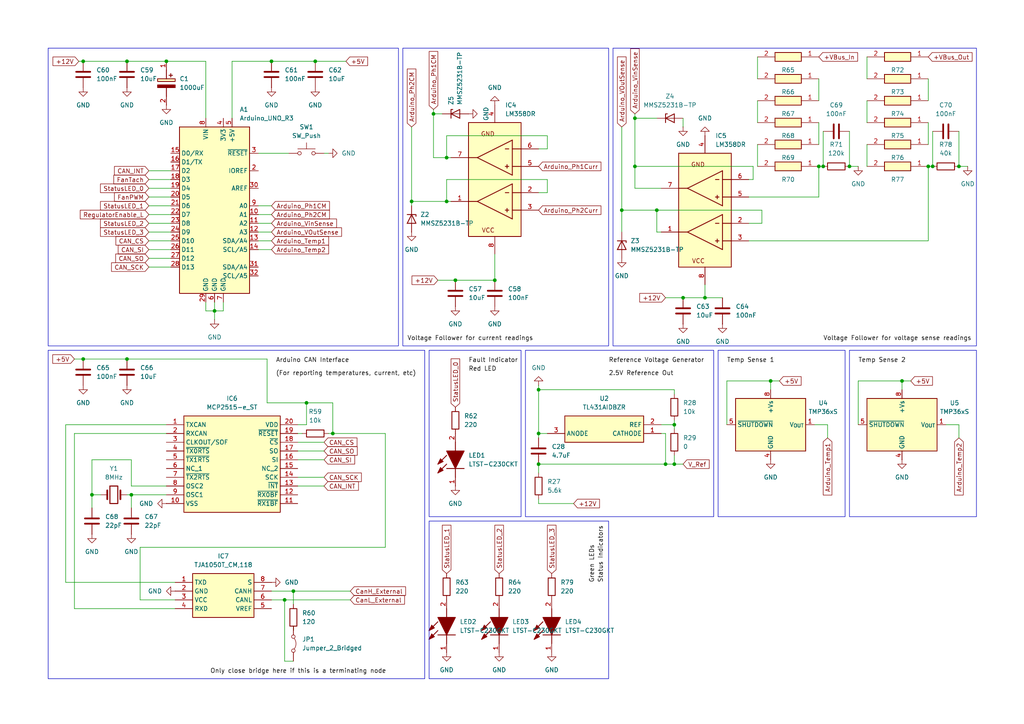
<source format=kicad_sch>
(kicad_sch (version 20231120) (generator "eeschema") (generator_version "8.0")
  (paper "A4")
  (title_block (title "5kw Modular Traction Inverter Boost Converter") (date "2025-02-02") (rev "1") (company "Rail Vehicle Traction Inverter") (comment 1 "UCSC") (comment 2 "Arduino and Signal"))
  (junction (at 223.52 110.49))
  (junction (at 246.38 48.26))
  (junction (at 237.49 48.26))
  (junction (at 91.44 17.78))
  (junction (at 204.47 86.36))
  (junction (at 125.73 33.02))
  (junction (at 38.1 143.51))
  (junction (at 184.15 34.29))
  (junction (at 156.21 134.62))
  (junction (at 156.21 113.03))
  (junction (at 129.54 45.72))
  (junction (at 143.51 81.28))
  (junction (at 85.09 171.45))
  (junction (at 278.13 48.26))
  (junction (at 24.13 104.14))
  (junction (at 48.26 17.78))
  (junction (at 26.67 143.51))
  (junction (at 261.62 110.49))
  (junction (at 78.74 17.78))
  (junction (at 180.34 60.96))
  (junction (at 36.83 17.78))
  (junction (at 129.54 58.42))
  (junction (at 62.23 90.17))
  (junction (at 24.13 17.78))
  (junction (at 195.58 134.62))
  (junction (at 132.08 81.28))
  (junction (at 198.12 86.36))
  (junction (at 195.58 123.19))
  (junction (at 96.52 125.73))
  (junction (at 88.9 116.84))
  (junction (at 270.51 48.26))
  (junction (at 193.04 134.62))
  (junction (at 190.5 60.96))
  (junction (at 36.83 104.14))
  (junction (at 184.15 48.26))
  (junction (at 238.76 48.26))
  (junction (at 82.55 173.99))
  (junction (at 156.21 125.73))
  (junction (at 269.24 48.26))
  (junction (at 119.38 58.42))
  (wire (pts (xy 269.24 48.26) (xy 270.51 48.26)))
  (wire (pts (xy 26.67 143.51) (xy 26.67 147.32)))
  (wire (pts (xy 48.26 140.97) (xy 38.1 140.97)))
  (wire (pts (xy 74.93 44.45) (xy 83.82 44.45)))
  (wire (pts (xy 86.36 140.97) (xy 93.98 140.97)))
  (wire (pts (xy 195.58 134.62) (xy 198.12 134.62)))
  (wire (pts (xy 48.26 17.78) (xy 59.69 17.78)))
  (wire (pts (xy 219.71 35.56) (xy 219.71 29.21)))
  (wire (pts (xy 158.75 52.07) (xy 129.54 52.07)))
  (wire (pts (xy 40.64 173.99) (xy 50.8 173.99)))
  (wire (pts (xy 218.44 52.07) (xy 217.17 52.07)))
  (wire (pts (xy 274.32 123.19) (xy 278.13 123.19)))
  (wire (pts (xy 38.1 147.32) (xy 38.1 143.51)))
  (wire (pts (xy 78.74 17.78) (xy 91.44 17.78)))
  (wire (pts (xy 24.13 17.78) (xy 36.83 17.78)))
  (wire (pts (xy 248.92 48.26) (xy 246.38 48.26)))
  (wire (pts (xy 240.03 123.19) (xy 240.03 127)))
  (wire (pts (xy 237.49 41.91) (xy 237.49 35.56)))
  (wire (pts (xy 129.54 58.42) (xy 130.81 58.42)))
  (wire (pts (xy 38.1 133.35) (xy 26.67 133.35)))
  (wire (pts (xy 38.1 143.51) (xy 48.26 143.51)))
  (wire (pts (xy 119.38 58.42) (xy 129.54 58.42)))
  (wire (pts (xy 237.49 29.21) (xy 237.49 22.86)))
  (wire (pts (xy 43.18 49.53) (xy 49.53 49.53)))
  (wire (pts (xy 264.16 110.49) (xy 261.62 110.49)))
  (wire (pts (xy 78.74 173.99) (xy 82.55 173.99)))
  (wire (pts (xy 43.18 64.77) (xy 49.53 64.77)))
  (wire (pts (xy 125.73 45.72) (xy 129.54 45.72)))
  (wire (pts (xy 64.77 87.63) (xy 64.77 90.17)))
  (wire (pts (xy 219.71 22.86) (xy 219.71 16.51)))
  (wire (pts (xy 74.93 64.77) (xy 78.74 64.77)))
  (wire (pts (xy 278.13 123.19) (xy 278.13 127)))
  (wire (pts (xy 40.64 158.75) (xy 40.64 173.99)))
  (wire (pts (xy 125.73 33.02) (xy 125.73 45.72)))
  (wire (pts (xy 143.51 81.28) (xy 143.51 73.66)))
  (wire (pts (xy 184.15 54.61) (xy 191.77 54.61)))
  (wire (pts (xy 43.18 69.85) (xy 49.53 69.85)))
  (wire (pts (xy 238.76 38.1) (xy 238.76 48.26)))
  (wire (pts (xy 74.93 69.85) (xy 78.74 69.85)))
  (wire (pts (xy 156.21 113.03) (xy 195.58 113.03)))
  (wire (pts (xy 220.98 60.96) (xy 190.5 60.96)))
  (wire (pts (xy 43.18 74.93) (xy 49.53 74.93)))
  (wire (pts (xy 119.38 36.83) (xy 119.38 58.42)))
  (wire (pts (xy 88.9 123.19) (xy 88.9 116.84)))
  (wire (pts (xy 184.15 48.26) (xy 218.44 48.26)))
  (wire (pts (xy 85.09 171.45) (xy 101.6 171.45)))
  (wire (pts (xy 74.93 67.31) (xy 78.74 67.31)))
  (wire (pts (xy 43.18 54.61) (xy 49.53 54.61)))
  (wire (pts (xy 270.51 38.1) (xy 270.51 48.26)))
  (wire (pts (xy 198.12 86.36) (xy 204.47 86.36)))
  (wire (pts (xy 269.24 69.85) (xy 217.17 69.85)))
  (wire (pts (xy 19.05 168.91) (xy 19.05 123.19)))
  (wire (pts (xy 24.13 104.14) (xy 36.83 104.14)))
  (wire (pts (xy 43.18 52.07) (xy 49.53 52.07)))
  (wire (pts (xy 193.04 125.73) (xy 193.04 134.62)))
  (wire (pts (xy 210.82 123.19) (xy 210.82 110.49)))
  (wire (pts (xy 78.74 171.45) (xy 85.09 171.45)))
  (wire (pts (xy 251.46 35.56) (xy 251.46 29.21)))
  (wire (pts (xy 26.67 133.35) (xy 26.67 143.51)))
  (wire (pts (xy 191.77 125.73) (xy 193.04 125.73)))
  (wire (pts (xy 43.18 77.47) (xy 49.53 77.47)))
  (wire (pts (xy 129.54 39.37) (xy 129.54 45.72)))
  (wire (pts (xy 125.73 33.02) (xy 128.27 33.02)))
  (wire (pts (xy 184.15 48.26) (xy 184.15 54.61)))
  (wire (pts (xy 111.76 158.75) (xy 40.64 158.75)))
  (wire (pts (xy 158.75 43.18) (xy 158.75 39.37)))
  (wire (pts (xy 77.47 116.84) (xy 77.47 104.14)))
  (wire (pts (xy 59.69 17.78) (xy 59.69 34.29)))
  (wire (pts (xy 210.82 110.49) (xy 223.52 110.49)))
  (wire (pts (xy 278.13 38.1) (xy 278.13 48.26)))
  (wire (pts (xy 74.93 62.23) (xy 78.74 62.23)))
  (wire (pts (xy 156.21 113.03) (xy 156.21 125.73)))
  (wire (pts (xy 59.69 90.17) (xy 62.23 90.17)))
  (wire (pts (xy 77.47 116.84) (xy 88.9 116.84)))
  (wire (pts (xy 82.55 173.99) (xy 82.55 191.77)))
  (wire (pts (xy 246.38 38.1) (xy 246.38 48.26)))
  (wire (pts (xy 86.36 123.19) (xy 88.9 123.19)))
  (wire (pts (xy 180.34 67.31) (xy 180.34 60.96)))
  (wire (pts (xy 62.23 90.17) (xy 62.23 92.71)))
  (wire (pts (xy 184.15 34.29) (xy 184.15 48.26)))
  (wire (pts (xy 86.36 128.27) (xy 93.98 128.27)))
  (wire (pts (xy 190.5 60.96) (xy 190.5 67.31)))
  (wire (pts (xy 156.21 55.88) (xy 158.75 55.88)))
  (wire (pts (xy 184.15 34.29) (xy 190.5 34.29)))
  (wire (pts (xy 261.62 110.49) (xy 261.62 113.03)))
  (wire (pts (xy 193.04 86.36) (xy 198.12 86.36)))
  (wire (pts (xy 195.58 123.19) (xy 195.58 124.46)))
  (wire (pts (xy 59.69 87.63) (xy 59.69 90.17)))
  (wire (pts (xy 95.25 44.45) (xy 93.98 44.45)))
  (wire (pts (xy 85.09 191.77) (xy 82.55 191.77)))
  (wire (pts (xy 195.58 114.3) (xy 195.58 113.03)))
  (wire (pts (xy 82.55 173.99) (xy 101.6 173.99)))
  (wire (pts (xy 43.18 72.39) (xy 49.53 72.39)))
  (wire (pts (xy 43.18 67.31) (xy 49.53 67.31)))
  (wire (pts (xy 64.77 90.17) (xy 62.23 90.17)))
  (wire (pts (xy 156.21 43.18) (xy 158.75 43.18)))
  (wire (pts (xy 95.25 125.73) (xy 96.52 125.73)))
  (wire (pts (xy 220.98 64.77) (xy 220.98 60.96)))
  (wire (pts (xy 119.38 59.69) (xy 119.38 58.42)))
  (wire (pts (xy 85.09 171.45) (xy 85.09 175.26)))
  (wire (pts (xy 43.18 57.15) (xy 49.53 57.15)))
  (wire (pts (xy 19.05 123.19) (xy 48.26 123.19)))
  (wire (pts (xy 21.59 125.73) (xy 48.26 125.73)))
  (wire (pts (xy 125.73 31.75) (xy 125.73 33.02)))
  (wire (pts (xy 67.31 34.29) (xy 67.31 17.78)))
  (wire (pts (xy 156.21 125.73) (xy 156.21 127)))
  (wire (pts (xy 204.47 82.55) (xy 204.47 86.36)))
  (wire (pts (xy 269.24 29.21) (xy 269.24 22.86)))
  (wire (pts (xy 156.21 134.62) (xy 156.21 137.16)))
  (wire (pts (xy 111.76 125.73) (xy 111.76 158.75)))
  (wire (pts (xy 96.52 125.73) (xy 96.52 116.84)))
  (wire (pts (xy 217.17 57.15) (xy 237.49 57.15)))
  (wire (pts (xy 251.46 48.26) (xy 251.46 41.91)))
  (wire (pts (xy 195.58 121.92) (xy 195.58 123.19)))
  (wire (pts (xy 67.31 17.78) (xy 78.74 17.78)))
  (wire (pts (xy 269.24 41.91) (xy 269.24 35.56)))
  (wire (pts (xy 21.59 176.53) (xy 50.8 176.53)))
  (wire (pts (xy 86.36 138.43) (xy 93.98 138.43)))
  (wire (pts (xy 217.17 64.77) (xy 220.98 64.77)))
  (wire (pts (xy 184.15 33.02) (xy 184.15 34.29)))
  (wire (pts (xy 219.71 48.26) (xy 219.71 41.91)))
  (wire (pts (xy 22.86 17.78) (xy 24.13 17.78)))
  (wire (pts (xy 191.77 123.19) (xy 195.58 123.19)))
  (wire (pts (xy 180.34 60.96) (xy 190.5 60.96)))
  (wire (pts (xy 209.55 86.36) (xy 204.47 86.36)))
  (wire (pts (xy 127 81.28) (xy 132.08 81.28)))
  (wire (pts (xy 91.44 17.78) (xy 100.33 17.78)))
  (wire (pts (xy 111.76 125.73) (xy 96.52 125.73)))
  (wire (pts (xy 269.24 48.26) (xy 269.24 69.85)))
  (wire (pts (xy 21.59 125.73) (xy 21.59 176.53)))
  (wire (pts (xy 74.93 59.69) (xy 78.74 59.69)))
  (wire (pts (xy 158.75 55.88) (xy 158.75 52.07)))
  (wire (pts (xy 38.1 140.97) (xy 38.1 133.35)))
  (wire (pts (xy 158.75 39.37) (xy 129.54 39.37)))
  (wire (pts (xy 195.58 132.08) (xy 195.58 134.62)))
  (wire (pts (xy 198.12 34.29) (xy 198.12 36.83)))
  (wire (pts (xy 96.52 116.84) (xy 88.9 116.84)))
  (wire (pts (xy 26.67 143.51) (xy 29.21 143.51)))
  (wire (pts (xy 43.18 62.23) (xy 49.53 62.23)))
  (wire (pts (xy 86.36 125.73) (xy 87.63 125.73)))
  (wire (pts (xy 77.47 104.14) (xy 36.83 104.14)))
  (wire (pts (xy 74.93 72.39) (xy 78.74 72.39)))
  (wire (pts (xy 156.21 146.05) (xy 166.37 146.05)))
  (wire (pts (xy 248.92 123.19) (xy 248.92 110.49)))
  (wire (pts (xy 223.52 110.49) (xy 223.52 113.03)))
  (wire (pts (xy 251.46 22.86) (xy 251.46 16.51)))
  (wire (pts (xy 129.54 45.72) (xy 130.81 45.72)))
  (wire (pts (xy 36.83 143.51) (xy 38.1 143.51)))
  (wire (pts (xy 248.92 110.49) (xy 261.62 110.49)))
  (wire (pts (xy 156.21 144.78) (xy 156.21 146.05)))
  (wire (pts (xy 237.49 48.26) (xy 237.49 57.15)))
  (wire (pts (xy 86.36 130.81) (xy 93.98 130.81)))
  (wire (pts (xy 190.5 67.31) (xy 191.77 67.31)))
  (wire (pts (xy 62.23 87.63) (xy 62.23 90.17)))
  (wire (pts (xy 36.83 17.78) (xy 48.26 17.78)))
  (wire (pts (xy 156.21 111.76) (xy 156.21 113.03)))
  (wire (pts (xy 132.08 81.28) (xy 143.51 81.28)))
  (wire (pts (xy 218.44 52.07) (xy 218.44 48.26)))
  (wire (pts (xy 280.67 48.26) (xy 278.13 48.26)))
  (wire (pts (xy 50.8 168.91) (xy 19.05 168.91)))
  (wire (pts (xy 86.36 133.35) (xy 93.98 133.35)))
  (wire (pts (xy 43.18 59.69) (xy 49.53 59.69)))
  (wire (pts (xy 237.49 48.26) (xy 238.76 48.26)))
  (wire (pts (xy 226.06 110.49) (xy 223.52 110.49)))
  (wire (pts (xy 129.54 52.07) (xy 129.54 58.42)))
  (wire (pts (xy 193.04 134.62) (xy 195.58 134.62)))
  (wire (pts (xy 156.21 125.73) (xy 158.75 125.73)))
  (wire (pts (xy 180.34 36.83) (xy 180.34 60.96)))
  (wire (pts (xy 236.22 123.19) (xy 240.03 123.19)))
  (wire (pts (xy 21.59 104.14) (xy 24.13 104.14)))
  (wire (pts (xy 85.09 182.88) (xy 85.09 181.61)))
  (wire (pts (xy 156.21 134.62) (xy 193.04 134.62)))
  (rectangle (start 246.38 101.6) (end 283.21 149.86))
  (rectangle (start 13.97 101.6) (end 123.19 196.85))
  (rectangle (start 13.97 13.97) (end 115.57 100.33))
  (rectangle (start 116.84 13.97) (end 176.53 100.33))
  (rectangle (start 124.46 151.13) (end 176.53 196.85))
  (rectangle (start 177.8 13.97) (end 283.21 100.33))
  (rectangle (start 152.4 101.6) (end 207.01 149.86))
  (rectangle (start 124.46 101.6) (end 151.13 149.86))
  (rectangle (start 208.28 101.6) (end 245.11 149.86))
  (label "Temp Sense 2" (at 248.92 105.41 0))
  (label "(For reporting temperatures, current, etc)" (at 80.01 109.22 0))
  (label "Fault Indicator" (at 135.89 105.41 0))
  (label "Reference Voltage Generator" (at 176.53 105.41 0))
  (label "Only close bridge here if this is a terminating node" (at 60.96 195.58 0))
  (label "Voltage Follower for current readings" (at 118.11 99.06 0))
  (label "Status Indicators" (at 175.26 168.91 90))
  (label "Temp Sense 1" (at 210.82 105.41 0))
  (label "Red LED" (at 135.89 107.95 0))
  (label "Green LEDs" (at 172.72 168.91 90))
  (label "2.5V Reference Out" (at 176.53 109.22 0))
  (label "Arduino CAN Interface" (at 80.01 105.41 0))
  (label "Voltage Follower for voltage sense readings" (at 238.76 99.06 0))
  (global_label "Arduino_Ph2CM" (shape input) (at 78.74 62.23 0) (property "Intersheetrefs" "${INTERSHEET_REFS}" (effects (hide yes))))
  (global_label "StatusLED_1" (shape input) (at 129.54 166.37 90) (property "Intersheetrefs" "${INTERSHEET_REFS}" (effects (hide yes))))
  (global_label "CAN_INT" (shape input) (at 43.18 49.53 180) (property "Intersheetrefs" "${INTERSHEET_REFS}" (effects (hide yes))))
  (global_label "StatusLED_2" (shape input) (at 144.78 166.37 90) (property "Intersheetrefs" "${INTERSHEET_REFS}" (effects (hide yes))))
  (global_label "FanTach" (shape input) (at 43.18 52.07 180) (property "Intersheetrefs" "${INTERSHEET_REFS}" (effects (hide yes))))
  (global_label "Arduino_VOutSense" (shape input) (at 180.34 36.83 90) (property "Intersheetrefs" "${INTERSHEET_REFS}" (effects (hide yes))))
  (global_label "CAN_SCK" (shape input) (at 43.18 77.47 180) (property "Intersheetrefs" "${INTERSHEET_REFS}" (effects (hide yes))))
  (global_label "Arduino_Ph1CM" (shape input) (at 78.74 59.69 0) (property "Intersheetrefs" "${INTERSHEET_REFS}" (effects (hide yes))))
  (global_label "StatusLED_0" (shape input) (at 43.18 54.61 180) (property "Intersheetrefs" "${INTERSHEET_REFS}" (effects (hide yes))))
  (global_label "+5V" (shape input) (at 100.33 17.78 0) (property "Intersheetrefs" "${INTERSHEET_REFS}" (effects (hide yes))))
  (global_label "V_Ref" (shape input) (at 198.12 134.62 0) (property "Intersheetrefs" "${INTERSHEET_REFS}" (effects (hide yes))))
  (global_label "StatusLED_0" (shape input) (at 132.08 118.11 90) (property "Intersheetrefs" "${INTERSHEET_REFS}" (effects (hide yes))))
  (global_label "CanH_External" (shape input) (at 101.6 171.45 0) (property "Intersheetrefs" "${INTERSHEET_REFS}" (effects (hide yes))))
  (global_label "Arduino_Ph2Curr" (shape input) (at 156.21 60.96 0) (property "Intersheetrefs" "${INTERSHEET_REFS}" (effects (hide yes))))
  (global_label "+12V" (shape input) (at 22.86 17.78 180) (property "Intersheetrefs" "${INTERSHEET_REFS}" (effects (hide yes))))
  (global_label "Arduino_Temp1" (shape input) (at 240.03 127 270) (property "Intersheetrefs" "${INTERSHEET_REFS}" (effects (hide yes))))
  (global_label "+VBus_In" (shape input) (at 237.49 16.51 0) (property "Intersheetrefs" "${INTERSHEET_REFS}" (effects (hide yes))))
  (global_label "Arduino_VinSense" (shape input) (at 78.74 64.77 0) (property "Intersheetrefs" "${INTERSHEET_REFS}" (effects (hide yes))))
  (global_label "CAN_SO" (shape input) (at 93.98 130.81 0) (property "Intersheetrefs" "${INTERSHEET_REFS}" (effects (hide yes))))
  (global_label "CAN_SO" (shape input) (at 43.18 74.93 180) (property "Intersheetrefs" "${INTERSHEET_REFS}" (effects (hide yes))))
  (global_label "Arduino_Temp1" (shape input) (at 78.74 69.85 0) (property "Intersheetrefs" "${INTERSHEET_REFS}" (effects (hide yes))))
  (global_label "StatusLED_3" (shape input) (at 43.18 67.31 180) (property "Intersheetrefs" "${INTERSHEET_REFS}" (effects (hide yes))))
  (global_label "Arduino_VinSense" (shape input) (at 184.15 33.02 90) (property "Intersheetrefs" "${INTERSHEET_REFS}" (effects (hide yes))))
  (global_label "Arduino_Ph1Curr" (shape input) (at 156.21 48.26 0) (property "Intersheetrefs" "${INTERSHEET_REFS}" (effects (hide yes))))
  (global_label "CAN_SCK" (shape input) (at 93.98 138.43 0) (property "Intersheetrefs" "${INTERSHEET_REFS}" (effects (hide yes))))
  (global_label "StatusLED_2" (shape input) (at 43.18 64.77 180) (property "Intersheetrefs" "${INTERSHEET_REFS}" (effects (hide yes))))
  (global_label "Arduino_VOutSense" (shape input) (at 78.74 67.31 0) (property "Intersheetrefs" "${INTERSHEET_REFS}" (effects (hide yes))))
  (global_label "+12V" (shape input) (at 127 81.28 180) (property "Intersheetrefs" "${INTERSHEET_REFS}" (effects (hide yes))))
  (global_label "StatusLED_1" (shape input) (at 43.18 59.69 180) (property "Intersheetrefs" "${INTERSHEET_REFS}" (effects (hide yes))))
  (global_label "+12V" (shape input) (at 193.04 86.36 180) (property "Intersheetrefs" "${INTERSHEET_REFS}" (effects (hide yes))))
  (global_label "+12V" (shape input) (at 166.37 146.05 0) (property "Intersheetrefs" "${INTERSHEET_REFS}" (effects (hide yes))))
  (global_label "CAN_CS" (shape input) (at 93.98 128.27 0) (property "Intersheetrefs" "${INTERSHEET_REFS}" (effects (hide yes))))
  (global_label "FanPWM" (shape input) (at 43.18 57.15 180) (property "Intersheetrefs" "${INTERSHEET_REFS}" (effects (hide yes))))
  (global_label "Arduino_Ph1CM" (shape input) (at 125.73 31.75 90) (property "Intersheetrefs" "${INTERSHEET_REFS}" (effects (hide yes))))
  (global_label "CanL_External" (shape input) (at 101.6 173.99 0) (property "Intersheetrefs" "${INTERSHEET_REFS}" (effects (hide yes))))
  (global_label "RegulatorEnable_L" (shape input) (at 43.18 62.23 180) (property "Intersheetrefs" "${INTERSHEET_REFS}" (effects (hide yes))))
  (global_label "CAN_INT" (shape input) (at 93.98 140.97 0) (property "Intersheetrefs" "${INTERSHEET_REFS}" (effects (hide yes))))
  (global_label "+VBus_Out" (shape input) (at 269.24 16.51 0) (property "Intersheetrefs" "${INTERSHEET_REFS}" (effects (hide yes))))
  (global_label "+5V" (shape input) (at 21.59 104.14 180) (property "Intersheetrefs" "${INTERSHEET_REFS}" (effects (hide yes))))
  (global_label "Arduino_Temp2" (shape input) (at 78.74 72.39 0) (property "Intersheetrefs" "${INTERSHEET_REFS}" (effects (hide yes))))
  (global_label "StatusLED_3" (shape input) (at 160.02 166.37 90) (property "Intersheetrefs" "${INTERSHEET_REFS}" (effects (hide yes))))
  (global_label "+5V" (shape input) (at 264.16 110.49 0) (property "Intersheetrefs" "${INTERSHEET_REFS}" (effects (hide yes))))
  (global_label "CAN_CS" (shape input) (at 43.18 69.85 180) (property "Intersheetrefs" "${INTERSHEET_REFS}" (effects (hide yes))))
  (global_label "CAN_SI" (shape input) (at 93.98 133.35 0) (property "Intersheetrefs" "${INTERSHEET_REFS}" (effects (hide yes))))
  (global_label "Arduino_Temp2" (shape input) (at 278.13 127 270) (property "Intersheetrefs" "${INTERSHEET_REFS}" (effects (hide yes))))
  (global_label "CAN_SI" (shape input) (at 43.18 72.39 180) (property "Intersheetrefs" "${INTERSHEET_REFS}" (effects (hide yes))))
  (global_label "Arduino_Ph2CM" (shape input) (at 119.38 36.83 90) (property "Intersheetrefs" "${INTERSHEET_REFS}" (effects (hide yes))))
  (global_label "+5V" (shape input) (at 226.06 110.49 0) (property "Intersheetrefs" "${INTERSHEET_REFS}" (effects (hide yes))))
  (symbol (lib_id "power:GND") (at 38.1 154.94 0) (unit 1)
    (property "Reference" "#PWR083" (effects (hide yes)))
    (property "Value" "GND" (at 38.1 160.02 0))
    (property "Description" "Power symbol creates a global label with name \"GND\" , ground" (effects (hide yes)))
  )
  (symbol (lib_id "Jumper:Jumper_2_Bridged") (at 85.09 186.69 270) (unit 1) (exclude_from_sim yes)
    (property "Reference" "JP1" (at 87.63 185.4199 90) (effects (justify left)))
    (property "Value" "Jumper_2_Bridged" (at 87.63 187.9599 90) (effects (justify left)))
    (property "Footprint" "Jumper:SolderJumper-3_P2.0mm_Open_TrianglePad1.0x1.5mm_NumberLabels" (effects (hide yes)))
    (property "Description" "Jumper, 2-pole, closed/bridged" (effects (hide yes)))
  )
  (symbol (lib_id "power:GND") (at 143.51 88.9 0) (unit 1)
    (property "Reference" "#PWR062" (effects (hide yes)))
    (property "Value" "GND" (at 143.51 93.98 0))
    (property "Description" "Power symbol creates a global label with name \"GND\" , ground" (effects (hide yes)))
  )
  (symbol (lib_id "Device:R") (at 195.58 128.27 0) (unit 1)
    (property "Reference" "R29" (at 198.12 126.9999 0) (effects (justify left)))
    (property "Value" "0" (at 198.12 129.5399 0) (effects (justify left)))
    (property "Footprint" "Resistor_SMD:R_1210_3225Metric_Pad1.30x2.65mm_HandSolder" (effects (hide yes)))
    (property "Description" "Resistor" (effects (hide yes)))
  )
  (symbol (lib_id "Device:Crystal") (at 33.02 143.51 0) (unit 1)
    (property "Reference" "Y1" (at 33.02 135.89 0))
    (property "Value" "8MHz" (at 33.02 138.43 0))
    (property "Footprint" "Crystal:Crystal_SMD_7050-2Pin_7.0x5.0mm_HandSoldering" (effects (hide yes)))
    (property "Description" "Two pin crystal" (effects (hide yes)))
  )
  (symbol (lib_id "power:GND") (at 62.23 92.71 0) (unit 1)
    (property "Reference" "#PWR06" (effects (hide yes)))
    (property "Value" "GND" (at 62.23 97.79 0))
    (property "Description" "Power symbol creates a global label with name \"GND\" , ground" (effects (hide yes)))
  )
  (symbol (lib_id "Device:R") (at 85.09 179.07 180) (unit 1)
    (property "Reference" "R60" (at 87.63 177.7999 0) (effects (justify right)))
    (property "Value" "120" (at 87.63 180.3399 0) (effects (justify right)))
    (property "Footprint" "Resistor_SMD:R_1210_3225Metric_Pad1.30x2.65mm_HandSolder" (effects (hide yes)))
    (property "Description" "Resistor" (effects (hide yes)))
  )
  (symbol (lib_id "Device:D_Zener") (at 132.08 33.02 0) (unit 1)
    (property "Reference" "Z5" (at 130.8099 30.48 90) (effects (justify left)))
    (property "Value" "MMSZ5231B-TP" (at 133.3499 30.48 90) (effects (justify left)))
    (property "Footprint" "InverterCom:SOD3716X135N" (effects (hide yes)))
    (property "Description" "Zener diode" (effects (hide yes)))
    (property "Height" "1.35" (effects (hide yes)))
    (property "Mouser Part Number" "833-MMSZ5231B-TP" (effects (hide yes)))
    (property "Mouser Price/Stock" "https://www.mouser.co.uk/ProductDetail/Micro-Commercial-Components-MCC/MMSZ5231B-TP?qs=ZNK0BnemlqEexvzDQxpNYA%3D%3D" (effects (hide yes)))
    (property "Manufacturer_Name" "MCC" (effects (hide yes)))
    (property "Manufacturer_Part_Number" "MMSZ5231B-TP" (effects (hide yes)))
  )
  (symbol (lib_id "power:GND") (at 261.62 133.35 0) (unit 1)
    (property "Reference" "#PWR074" (effects (hide yes)))
    (property "Value" "GND" (at 261.62 138.43 0))
    (property "Description" "Power symbol creates a global label with name \"GND\" , ground" (effects (hide yes)))
  )
  (symbol (lib_id "Device:C") (at 156.21 130.81 0) (unit 1)
    (property "Reference" "C28" (at 160.02 129.5399 0) (effects (justify left)))
    (property "Value" "4.7uF" (at 160.02 132.0799 0) (effects (justify left)))
    (property "Footprint" "Capacitor_SMD:C_1210_3225Metric_Pad1.33x2.70mm_HandSolder" (effects (hide yes)))
    (property "Description" "Unpolarized capacitor" (effects (hide yes)))
  )
  (symbol (lib_id "MCU_Module:Arduino_UNO_R3") (at 62.23 59.69 0) (unit 1)
    (property "Reference" "A1" (at 69.5041 31.75 0) (effects (justify left)))
    (property "Value" "Arduino_UNO_R3" (at 69.5041 34.29 0) (effects (justify left)))
    (property "Footprint" "InverterCom:Arduino_UNO_R3_ModifiedCourtyard" (effects (hide yes)))
    (property "Datasheet" "https://www.arduino.cc/en/Main/arduinoBoardUno" (effects (hide yes)))
    (property "Description" "Arduino UNO Microcontroller Module, release 3" (effects (hide yes)))
  )
  (symbol (lib_id "power:GND") (at 36.83 111.76 0) (unit 1)
    (property "Reference" "#PWR081" (effects (hide yes)))
    (property "Value" "GND" (at 36.83 116.84 0))
    (property "Description" "Power symbol creates a global label with name \"GND\" , ground" (effects (hide yes)))
  )
  (symbol (lib_id "Sensor_Temperature:TMP36xS") (at 261.62 123.19 0) (unit 1)
    (property "Reference" "U5" (at 276.86 116.8714 0))
    (property "Value" "TMP36xS" (at 276.86 119.4114 0))
    (property "Footprint" "Package_SO:SOIC-8_3.9x4.9mm_P1.27mm" (effects (hide yes)))
    (property "Datasheet" "https://www.analog.com/media/en/technical-documentation/data-sheets/TMP35_36_37.pdf" (effects (hide yes)))
    (property "Description" "Low Voltage Temperature Sensor, SOIC-8" (effects (hide yes)))
  )
  (symbol (lib_id "Device:C") (at 78.74 21.59 0) (unit 1)
    (property "Reference" "C61" (at 82.55 20.3199 0) (effects (justify left)))
    (property "Value" "100nF" (at 82.55 22.86 0) (effects (justify left)))
    (property "Footprint" "Capacitor_SMD:C_1210_3225Metric_Pad1.33x2.70mm_HandSolder" (effects (hide yes)))
    (property "Description" "Unpolarized capacitor" (effects (hide yes)))
  )
  (symbol (lib_id "power:GND") (at 119.38 67.31 0) (unit 1)
    (property "Reference" "#PWR089" (effects (hide yes)))
    (property "Value" "GND" (at 119.38 72.39 0))
    (property "Description" "Power symbol creates a global label with name \"GND\" , ground" (effects (hide yes)))
  )
  (symbol (lib_id "Device:C") (at 24.13 107.95 0) (unit 1)
    (property "Reference" "C65" (at 27.94 106.6799 0) (effects (justify left)))
    (property "Value" "100nF" (at 27.94 109.22 0) (effects (justify left)))
    (property "Footprint" "Capacitor_SMD:C_1210_3225Metric_Pad1.33x2.70mm_HandSolder" (effects (hide yes)))
    (property "Description" "Unpolarized capacitor" (effects (hide yes)))
  )
  (symbol (lib_id "Device:C") (at 132.08 85.09 0) (unit 1)
    (property "Reference" "C57" (at 135.89 83.8199 0) (effects (justify left)))
    (property "Value" "10uF" (at 135.89 86.3599 0) (effects (justify left)))
    (property "Footprint" "Capacitor_SMD:C_1210_3225Metric_Pad1.33x2.70mm_HandSolder" (effects (hide yes)))
    (property "Description" "Unpolarized capacitor" (effects (hide yes)))
  )
  (symbol (lib_id "power:GND") (at 135.89 33.02 90) (unit 1)
    (property "Reference" "#PWR090" (effects (hide yes)))
    (property "Value" "GND" (at 140.97 33.02 0))
    (property "Description" "Power symbol creates a global label with name \"GND\" , ground" (effects (hide yes)))
  )
  (symbol (lib_id "InverterCom:RC2512JK-071ML") (at 237.49 29.21 180) (unit 1)
    (property "Reference" "R67" (at 228.6 33.02 0))
    (property "Value" "RC2512JK-071ML" (effects (hide yes)))
    (property "Footprint" "InverterCom:RESC6431X65N" (effects (hide yes)))
    (property "Datasheet" "https://www.yageo.com/upload/media/product/products/datasheet/rchip/PYu-RC_Group_51_RoHS_L_12.pdf" (effects (hide yes)))
    (property "Description" "1 MOhms +/-5% 1W Chip Resistor 2512 (6432 Metric) Moisture Resistant Thick Film" (effects (hide yes)))
    (property "Height" "0.65" (effects (hide yes)))
    (property "Mouser Part Number" "603-RC2512JK-071ML" (effects (hide yes)))
    (property "Mouser Price/Stock" "https://www.mouser.co.uk/ProductDetail/YAGEO/RC2512JK-071ML?qs=Fz%2FrpjPuTcGzVNzRy4mnPw%3D%3D" (effects (hide yes)))
    (property "Manufacturer_Name" "YAGEO" (effects (hide yes)))
    (property "Manufacturer_Part_Number" "RC2512JK-071ML" (effects (hide yes)))
  )
  (symbol (lib_id "Device:R") (at 274.32 48.26 90) (unit 1)
    (property "Reference" "R78" (at 274.32 41.91 90))
    (property "Value" "40k" (at 274.32 44.45 90))
    (property "Footprint" "Resistor_SMD:R_1210_3225Metric_Pad1.30x2.65mm_HandSolder" (effects (hide yes)))
    (property "Description" "Resistor" (effects (hide yes)))
  )
  (symbol (lib_id "InverterCom:LM358DR") (at 217.17 69.85 180) (unit 1)
    (property "Reference" "IC5" (at 207.4865 39.37 0) (effects (justify right)))
    (property "Value" "LM358DR" (at 207.4865 41.91 0) (effects (justify right)))
    (property "Footprint" "InverterCom:SOIC127P600X175-8N" (effects (hide yes)))
    (property "Datasheet" "https://www.ti.com/lit/ds/symlink/lm358.pdf?ts=1593170624750&ref_url=https%253A%252F%252Fwww.ti.com%252Fstore%252Fti%252Fen%252Fp%252Fproduct%252F%253Fp%253DLM358DR%2526keyMatch%253DLM358DR%2526tisearch%253DSearch-EN-everything%2526usecase%253DOPN" (effects (hide yes)))
    (property "Description" "LM358DR, Operational Amplifier 0.7MHz 5 to 28V, 8-Pin SOIC" (effects (hide yes)))
    (property "Height" "1.75" (effects (hide yes)))
    (property "Mouser Part Number" "595-LM358DR" (effects (hide yes)))
    (property "Mouser Price/Stock" "https://www.mouser.co.uk/ProductDetail/Texas-Instruments/LM358DR?qs=Zu35EjizYSSY6pJ37yjmHA%3D%3D" (effects (hide yes)))
    (property "Manufacturer_Name" "Texas Instruments" (effects (hide yes)))
    (property "Manufacturer_Part_Number" "LM358DR" (effects (hide yes)))
  )
  (symbol (lib_id "power:GND") (at 95.25 44.45 90) (unit 1)
    (property "Reference" "#PWR075" (effects (hide yes)))
    (property "Value" "GND" (at 99.06 44.4499 90) (effects (justify right)))
    (property "Description" "Power symbol creates a global label with name \"GND\" , ground" (effects (hide yes)))
  )
  (symbol (lib_id "power:GND") (at 198.12 93.98 0) (unit 1)
    (property "Reference" "#PWR068" (effects (hide yes)))
    (property "Value" "GND" (at 198.12 99.06 0))
    (property "Description" "Power symbol creates a global label with name \"GND\" , ground" (effects (hide yes)))
  )
  (symbol (lib_id "InverterCom:RC2512JK-071ML") (at 269.24 22.86 180) (unit 1)
    (property "Reference" "R73" (at 260.35 26.67 0))
    (property "Value" "RC2512JK-071ML" (effects (hide yes)))
    (property "Footprint" "InverterCom:RESC6431X65N" (effects (hide yes)))
    (property "Datasheet" "https://www.yageo.com/upload/media/product/products/datasheet/rchip/PYu-RC_Group_51_RoHS_L_12.pdf" (effects (hide yes)))
    (property "Description" "1 MOhms +/-5% 1W Chip Resistor 2512 (6432 Metric) Moisture Resistant Thick Film" (effects (hide yes)))
    (property "Height" "0.65" (effects (hide yes)))
    (property "Mouser Part Number" "603-RC2512JK-071ML" (effects (hide yes)))
    (property "Mouser Price/Stock" "https://www.mouser.co.uk/ProductDetail/YAGEO/RC2512JK-071ML?qs=Fz%2FrpjPuTcGzVNzRy4mnPw%3D%3D" (effects (hide yes)))
    (property "Manufacturer_Name" "YAGEO" (effects (hide yes)))
    (property "Manufacturer_Part_Number" "RC2512JK-071ML" (effects (hide yes)))
  )
  (symbol (lib_id "power:GND") (at 36.83 25.4 0) (unit 1)
    (property "Reference" "#PWR064" (effects (hide yes)))
    (property "Value" "GND" (at 36.83 30.48 0))
    (property "Description" "Power symbol creates a global label with name \"GND\" , ground" (effects (hide yes)))
  )
  (symbol (lib_id "power:GND") (at 160.02 189.23 0) (unit 1)
    (property "Reference" "#PWR094" (effects (hide yes)))
    (property "Value" "GND" (at 160.02 194.31 0))
    (property "Description" "Power symbol creates a global label with name \"GND\" , ground" (effects (hide yes)))
  )
  (symbol (lib_id "power:GND") (at 48.26 146.05 270) (unit 1)
    (property "Reference" "#PWR082" (effects (hide yes)))
    (property "Value" "GND" (at 44.45 146.0499 90) (effects (justify right)))
    (property "Description" "Power symbol creates a global label with name \"GND\" , ground" (effects (hide yes)))
  )
  (symbol (lib_id "Device:C") (at 91.44 21.59 0) (unit 1)
    (property "Reference" "C62" (at 95.25 20.3199 0) (effects (justify left)))
    (property "Value" "10uF" (at 95.25 22.8599 0) (effects (justify left)))
    (property "Footprint" "Capacitor_SMD:C_1210_3225Metric_Pad1.33x2.70mm_HandSolder" (effects (hide yes)))
    (property "Description" "Unpolarized capacitor" (effects (hide yes)))
  )
  (symbol (lib_id "InverterCom:MCP2515-e_ST") (at 48.26 123.19 0) (unit 1)
    (property "Reference" "IC6" (at 67.31 115.57 0))
    (property "Value" "MCP2515-e_ST" (at 67.31 118.11 0))
    (property "Footprint" "InverterCom:SOP65P640X120-20N" (effects (hide yes)))
    (property "Datasheet" "https://datasheet.datasheetarchive.com/originals/distributors/SFDatasheet-4/sf-00090060.pdf" (effects (hide yes)))
    (property "Description" "CAN controller with SPI, 125 degC" (effects (hide yes)))
    (property "Height" "1.2" (effects (hide yes)))
    (property "Mouser Part Number" "579-MCP2515-E/ST" (effects (hide yes)))
    (property "Mouser Price/Stock" "https://www.mouser.co.uk/ProductDetail/Microchip-Technology/MCP2515-E-ST?qs=y1t9dHv1DsIvDWDHTyyG6w%3D%3D" (effects (hide yes)))
    (property "Manufacturer_Name" "Microchip" (effects (hide yes)))
    (property "Manufacturer_Part_Number" "MCP2515-e/ST" (effects (hide yes)))
  )
  (symbol (lib_id "Device:C") (at 209.55 90.17 0) (unit 1)
    (property "Reference" "C64" (at 213.36 88.8999 0) (effects (justify left)))
    (property "Value" "100nF" (at 213.36 91.4399 0) (effects (justify left)))
    (property "Footprint" "Capacitor_SMD:C_1210_3225Metric_Pad1.33x2.70mm_HandSolder" (effects (hide yes)))
    (property "Description" "Unpolarized capacitor" (effects (hide yes)))
  )
  (symbol (lib_id "Sensor_Temperature:TMP36xS") (at 223.52 123.19 0) (unit 1)
    (property "Reference" "U4" (at 238.76 116.8714 0))
    (property "Value" "TMP36xS" (at 238.76 119.4114 0))
    (property "Footprint" "Package_SO:SOIC-8_3.9x4.9mm_P1.27mm" (effects (hide yes)))
    (property "Datasheet" "https://www.analog.com/media/en/technical-documentation/data-sheets/TMP35_36_37.pdf" (effects (hide yes)))
    (property "Description" "Low Voltage Temperature Sensor, SOIC-8" (effects (hide yes)))
  )
  (symbol (lib_id "InverterCom:RC2512JK-071ML") (at 269.24 41.91 180) (unit 1)
    (property "Reference" "R76" (at 260.35 45.72 0))
    (property "Value" "RC2512JK-071ML" (effects (hide yes)))
    (property "Footprint" "InverterCom:RESC6431X65N" (effects (hide yes)))
    (property "Datasheet" "https://www.yageo.com/upload/media/product/products/datasheet/rchip/PYu-RC_Group_51_RoHS_L_12.pdf" (effects (hide yes)))
    (property "Description" "1 MOhms +/-5% 1W Chip Resistor 2512 (6432 Metric) Moisture Resistant Thick Film" (effects (hide yes)))
    (property "Height" "0.65" (effects (hide yes)))
    (property "Mouser Part Number" "603-RC2512JK-071ML" (effects (hide yes)))
    (property "Mouser Price/Stock" "https://www.mouser.co.uk/ProductDetail/YAGEO/RC2512JK-071ML?qs=Fz%2FrpjPuTcGzVNzRy4mnPw%3D%3D" (effects (hide yes)))
    (property "Manufacturer_Name" "YAGEO" (effects (hide yes)))
    (property "Manufacturer_Part_Number" "RC2512JK-071ML" (effects (hide yes)))
  )
  (symbol (lib_id "power:GND") (at 204.47 39.37 180) (unit 1)
    (property "Reference" "#PWR069" (effects (hide yes)))
    (property "Value" "GND" (at 204.47 34.29 0))
    (property "Description" "Power symbol creates a global label with name \"GND\" , ground" (effects (hide yes)))
  )
  (symbol (lib_id "power:GND") (at 144.78 189.23 0) (unit 1)
    (property "Reference" "#PWR093" (effects (hide yes)))
    (property "Value" "GND" (at 144.78 194.31 0))
    (property "Description" "Power symbol creates a global label with name \"GND\" , ground" (effects (hide yes)))
  )
  (symbol (lib_id "Device:C") (at 36.83 107.95 0) (unit 1)
    (property "Reference" "C66" (at 40.64 106.6799 0) (effects (justify left)))
    (property "Value" "10uF" (at 40.64 109.2199 0) (effects (justify left)))
    (property "Footprint" "Capacitor_SMD:C_1210_3225Metric_Pad1.33x2.70mm_HandSolder" (effects (hide yes)))
    (property "Description" "Unpolarized capacitor" (effects (hide yes)))
  )
  (symbol (lib_id "power:GND") (at 129.54 189.23 0) (unit 1)
    (property "Reference" "#PWR092" (effects (hide yes)))
    (property "Value" "GND" (at 129.54 194.31 0))
    (property "Description" "Power symbol creates a global label with name \"GND\" , ground" (effects (hide yes)))
  )
  (symbol (lib_id "InverterCom:RC2512JK-071ML") (at 237.49 22.86 180) (unit 1)
    (property "Reference" "R66" (at 228.6 26.67 0))
    (property "Value" "RC2512JK-071ML" (effects (hide yes)))
    (property "Footprint" "InverterCom:RESC6431X65N" (effects (hide yes)))
    (property "Datasheet" "https://www.yageo.com/upload/media/product/products/datasheet/rchip/PYu-RC_Group_51_RoHS_L_12.pdf" (effects (hide yes)))
    (property "Description" "1 MOhms +/-5% 1W Chip Resistor 2512 (6432 Metric) Moisture Resistant Thick Film" (effects (hide yes)))
    (property "Height" "0.65" (effects (hide yes)))
    (property "Mouser Part Number" "603-RC2512JK-071ML" (effects (hide yes)))
    (property "Mouser Price/Stock" "https://www.mouser.co.uk/ProductDetail/YAGEO/RC2512JK-071ML?qs=Fz%2FrpjPuTcGzVNzRy4mnPw%3D%3D" (effects (hide yes)))
    (property "Manufacturer_Name" "YAGEO" (effects (hide yes)))
    (property "Manufacturer_Part_Number" "RC2512JK-071ML" (effects (hide yes)))
  )
  (symbol (lib_id "InverterCom:LTST-C230CKT") (at 132.08 140.97 90) (unit 1)
    (property "Reference" "LED1" (at 135.89 132.0799 90) (effects (justify right)))
    (property "Value" "LTST-C230CKT" (at 135.89 134.6199 90) (effects (justify right)))
    (property "Footprint" "InverterCom:LEDC3216X120N" (effects (hide yes)))
    (property "Description" "Standard LEDs - SMD Red Clear 638nm" (effects (hide yes)))
    (property "Height" "1.2" (effects (hide yes)))
    (property "Mouser Part Number" "859-LTST-C230CKT" (effects (hide yes)))
    (property "Mouser Price/Stock" "https://www.mouser.co.uk/ProductDetail/Lite-On/LTST-C230CKT?qs=Ajas4iFhtucdJAOTHdHdqw%3D%3D" (effects (hide yes)))
    (property "Manufacturer_Name" "Lite-On" (effects (hide yes)))
    (property "Manufacturer_Part_Number" "LTST-C230CKT" (effects (hide yes)))
  )
  (symbol (lib_id "Device:C") (at 24.13 21.59 0) (unit 1)
    (property "Reference" "C60" (at 27.94 20.3199 0) (effects (justify left)))
    (property "Value" "100nF" (at 27.94 22.86 0) (effects (justify left)))
    (property "Footprint" "Capacitor_SMD:C_1210_3225Metric_Pad1.33x2.70mm_HandSolder" (effects (hide yes)))
    (property "Description" "Unpolarized capacitor" (effects (hide yes)))
  )
  (symbol (lib_id "power:GND") (at 143.51 30.48 180) (unit 1)
    (property "Reference" "#PWR063" (effects (hide yes)))
    (property "Value" "GND" (at 143.51 25.4 0))
    (property "Description" "Power symbol creates a global label with name \"GND\" , ground" (effects (hide yes)))
  )
  (symbol (lib_id "power:GND") (at 78.74 168.91 90) (unit 1)
    (property "Reference" "#PWR085" (effects (hide yes)))
    (property "Value" "GND" (at 82.55 168.9099 90) (effects (justify right)))
    (property "Description" "Power symbol creates a global label with name \"GND\" , ground" (effects (hide yes)))
  )
  (symbol (lib_id "Device:R") (at 129.54 170.18 0) (unit 1)
    (property "Reference" "R63" (at 132.08 168.9099 0) (effects (justify left)))
    (property "Value" "220" (at 132.08 171.4499 0) (effects (justify left)))
    (property "Footprint" "Resistor_SMD:R_1210_3225Metric_Pad1.30x2.65mm_HandSolder" (effects (hide yes)))
    (property "Description" "Resistor" (effects (hide yes)))
  )
  (symbol (lib_id "Device:C") (at 38.1 151.13 0) (unit 1)
    (property "Reference" "C67" (at 41.91 149.8599 0) (effects (justify left)))
    (property "Value" "22pF" (at 41.91 152.3999 0) (effects (justify left)))
    (property "Footprint" "Capacitor_SMD:C_1210_3225Metric_Pad1.33x2.70mm_HandSolder" (effects (hide yes)))
    (property "Description" "Unpolarized capacitor" (effects (hide yes)))
  )
  (symbol (lib_id "power:GND") (at 24.13 111.76 0) (unit 1)
    (property "Reference" "#PWR080" (effects (hide yes)))
    (property "Value" "GND" (at 24.13 116.84 0))
    (property "Description" "Power symbol creates a global label with name \"GND\" , ground" (effects (hide yes)))
  )
  (symbol (lib_id "Device:R") (at 132.08 121.92 0) (unit 1)
    (property "Reference" "R62" (at 134.62 120.6499 0) (effects (justify left)))
    (property "Value" "220" (at 134.62 123.1899 0) (effects (justify left)))
    (property "Footprint" "Resistor_SMD:R_1210_3225Metric_Pad1.30x2.65mm_HandSolder" (effects (hide yes)))
    (property "Description" "Resistor" (effects (hide yes)))
  )
  (symbol (lib_id "power:GND") (at 248.92 48.26 0) (unit 1)
    (property "Reference" "#PWR071" (effects (hide yes)))
    (property "Value" "GND" (at 248.92 53.34 0))
    (property "Description" "Power symbol creates a global label with name \"GND\" , ground" (effects (hide yes)))
  )
  (symbol (lib_id "InverterCom:LTST-C230GKT") (at 144.78 189.23 90) (unit 1)
    (property "Reference" "LED3" (at 148.59 180.3399 90) (effects (justify right)))
    (property "Value" "LTST-C230GKT" (at 148.59 182.8799 90) (effects (justify right)))
    (property "Footprint" "InverterCom:LEDC3216X120N" (effects (hide yes)))
    (property "Description" "Lite-On LTST-C230GKT Green LED, 569 nm, 3016 (1206), Rectangle Lens SMD Package" (effects (hide yes)))
    (property "Height" "1.2" (effects (hide yes)))
    (property "Mouser Part Number" "859-LTST-C230GKT" (effects (hide yes)))
    (property "Mouser Price/Stock" "https://www.mouser.co.uk/ProductDetail/Lite-On/LTST-C230GKT?qs=7ZnIBiPc9DrbEstVFO1DAg%3D%3D" (effects (hide yes)))
    (property "Manufacturer_Name" "Lite-On" (effects (hide yes)))
    (property "Manufacturer_Part_Number" "LTST-C230GKT" (effects (hide yes)))
  )
  (symbol (lib_id "Device:C") (at 198.12 90.17 0) (unit 1)
    (property "Reference" "C63" (at 201.93 88.8999 0) (effects (justify left)))
    (property "Value" "10uF" (at 201.93 91.4399 0) (effects (justify left)))
    (property "Footprint" "Capacitor_SMD:C_1210_3225Metric_Pad1.33x2.70mm_HandSolder" (effects (hide yes)))
    (property "Description" "Unpolarized capacitor" (effects (hide yes)))
  )
  (symbol (lib_id "InverterCom:LTST-C230GKT") (at 160.02 189.23 90) (unit 1)
    (property "Reference" "LED4" (at 163.83 180.3399 90) (effects (justify right)))
    (property "Value" "LTST-C230GKT" (at 163.83 182.8799 90) (effects (justify right)))
    (property "Footprint" "InverterCom:LEDC3216X120N" (effects (hide yes)))
    (property "Description" "Lite-On LTST-C230GKT Green LED, 569 nm, 3016 (1206), Rectangle Lens SMD Package" (effects (hide yes)))
    (property "Height" "1.2" (effects (hide yes)))
    (property "Mouser Part Number" "859-LTST-C230GKT" (effects (hide yes)))
    (property "Mouser Price/Stock" "https://www.mouser.co.uk/ProductDetail/Lite-On/LTST-C230GKT?qs=7ZnIBiPc9DrbEstVFO1DAg%3D%3D" (effects (hide yes)))
    (property "Manufacturer_Name" "Lite-On" (effects (hide yes)))
    (property "Manufacturer_Part_Number" "LTST-C230GKT" (effects (hide yes)))
  )
  (symbol (lib_id "InverterCom:LTST-C230GKT") (at 129.54 189.23 90) (unit 1)
    (property "Reference" "LED2" (at 133.35 180.3399 90) (effects (justify right)))
    (property "Value" "LTST-C230GKT" (at 133.35 182.8799 90) (effects (justify right)))
    (property "Footprint" "InverterCom:LEDC3216X120N" (effects (hide yes)))
    (property "Description" "Lite-On LTST-C230GKT Green LED, 569 nm, 3016 (1206), Rectangle Lens SMD Package" (effects (hide yes)))
    (property "Height" "1.2" (effects (hide yes)))
    (property "Mouser Part Number" "859-LTST-C230GKT" (effects (hide yes)))
    (property "Mouser Price/Stock" "https://www.mouser.co.uk/ProductDetail/Lite-On/LTST-C230GKT?qs=7ZnIBiPc9DrbEstVFO1DAg%3D%3D" (effects (hide yes)))
    (property "Manufacturer_Name" "Lite-On" (effects (hide yes)))
    (property "Manufacturer_Part_Number" "LTST-C230GKT" (effects (hide yes)))
  )
  (symbol (lib_id "power:GND") (at 48.26 30.48 0) (unit 1)
    (property "Reference" "#PWR03" (effects (hide yes)))
    (property "Value" "GND" (at 48.26 35.56 0))
    (property "Description" "Power symbol creates a global label with name \"GND\" , ground" (effects (hide yes)))
  )
  (symbol (lib_id "Device:R") (at 195.58 118.11 0) (unit 1)
    (property "Reference" "R28" (at 198.12 116.8399 0) (effects (justify left)))
    (property "Value" "10k" (at 198.12 119.3799 0) (effects (justify left)))
    (property "Footprint" "Resistor_SMD:R_1210_3225Metric_Pad1.30x2.65mm_HandSolder" (effects (hide yes)))
    (property "Description" "Resistor" (effects (hide yes)))
  )
  (symbol (lib_id "power:GND") (at 180.34 74.93 0) (unit 1)
    (property "Reference" "#PWR087" (effects (hide yes)))
    (property "Value" "GND" (at 180.34 80.01 0))
    (property "Description" "Power symbol creates a global label with name \"GND\" , ground" (effects (hide yes)))
  )
  (symbol (lib_id "Device:R") (at 160.02 170.18 0) (unit 1)
    (property "Reference" "R79" (at 162.56 168.9099 0) (effects (justify left)))
    (property "Value" "220" (at 162.56 171.4499 0) (effects (justify left)))
    (property "Footprint" "Resistor_SMD:R_1210_3225Metric_Pad1.30x2.65mm_HandSolder" (effects (hide yes)))
    (property "Description" "Resistor" (effects (hide yes)))
  )
  (symbol (lib_id "Device:C") (at 26.67 151.13 0) (unit 1)
    (property "Reference" "C68" (at 30.48 149.8599 0) (effects (justify left)))
    (property "Value" "22pF" (at 30.48 152.3999 0) (effects (justify left)))
    (property "Footprint" "Capacitor_SMD:C_1210_3225Metric_Pad1.33x2.70mm_HandSolder" (effects (hide yes)))
    (property "Description" "Unpolarized capacitor" (effects (hide yes)))
  )
  (symbol (lib_id "power:GND") (at 132.08 88.9 0) (unit 1)
    (property "Reference" "#PWR061" (effects (hide yes)))
    (property "Value" "GND" (at 132.08 93.98 0))
    (property "Description" "Power symbol creates a global label with name \"GND\" , ground" (effects (hide yes)))
  )
  (symbol (lib_id "power:GND") (at 209.55 93.98 0) (unit 1)
    (property "Reference" "#PWR070" (effects (hide yes)))
    (property "Value" "GND" (at 209.55 99.06 0))
    (property "Description" "Power symbol creates a global label with name \"GND\" , ground" (effects (hide yes)))
  )
  (symbol (lib_id "Device:D_Zener") (at 194.31 34.29 0) (unit 1)
    (property "Reference" "Z4" (at 194.31 27.94 0))
    (property "Value" "MMSZ5231B-TP" (at 194.31 30.48 0))
    (property "Footprint" "InverterCom:SOD3716X135N" (effects (hide yes)))
    (property "Description" "Zener diode" (effects (hide yes)))
    (property "Height" "1.35" (effects (hide yes)))
    (property "Mouser Part Number" "833-MMSZ5231B-TP" (effects (hide yes)))
    (property "Mouser Price/Stock" "https://www.mouser.co.uk/ProductDetail/Micro-Commercial-Components-MCC/MMSZ5231B-TP?qs=ZNK0BnemlqEexvzDQxpNYA%3D%3D" (effects (hide yes)))
    (property "Manufacturer_Name" "MCC" (effects (hide yes)))
    (property "Manufacturer_Part_Number" "MMSZ5231B-TP" (effects (hide yes)))
  )
  (symbol (lib_id "InverterCom:RC2512JK-071ML") (at 269.24 35.56 180) (unit 1)
    (property "Reference" "R75" (at 260.35 39.37 0))
    (property "Value" "RC2512JK-071ML" (effects (hide yes)))
    (property "Footprint" "InverterCom:RESC6431X65N" (effects (hide yes)))
    (property "Datasheet" "https://www.yageo.com/upload/media/product/products/datasheet/rchip/PYu-RC_Group_51_RoHS_L_12.pdf" (effects (hide yes)))
    (property "Description" "1 MOhms +/-5% 1W Chip Resistor 2512 (6432 Metric) Moisture Resistant Thick Film" (effects (hide yes)))
    (property "Height" "0.65" (effects (hide yes)))
    (property "Mouser Part Number" "603-RC2512JK-071ML" (effects (hide yes)))
    (property "Mouser Price/Stock" "https://www.mouser.co.uk/ProductDetail/YAGEO/RC2512JK-071ML?qs=Fz%2FrpjPuTcGzVNzRy4mnPw%3D%3D" (effects (hide yes)))
    (property "Manufacturer_Name" "YAGEO" (effects (hide yes)))
    (property "Manufacturer_Part_Number" "RC2512JK-071ML" (effects (hide yes)))
  )
  (symbol (lib_id "Device:R") (at 156.21 140.97 0) (unit 1)
    (property "Reference" "R27" (at 158.75 139.6999 0) (effects (justify left)))
    (property "Value" "5.6k" (at 158.75 142.2399 0) (effects (justify left)))
    (property "Footprint" "Resistor_SMD:R_1210_3225Metric_Pad1.30x2.65mm_HandSolder" (effects (hide yes)))
    (property "Description" "Resistor" (effects (hide yes)))
  )
  (symbol (lib_id "Device:D_Zener") (at 180.34 71.12 270) (unit 1)
    (property "Reference" "Z3" (at 182.88 69.8499 90) (effects (justify left)))
    (property "Value" "MMSZ5231B-TP" (at 182.88 72.3899 90) (effects (justify left)))
    (property "Footprint" "InverterCom:SOD3716X135N" (effects (hide yes)))
    (property "Description" "Zener diode" (effects (hide yes)))
    (property "Height" "1.35" (effects (hide yes)))
    (property "Mouser Part Number" "833-MMSZ5231B-TP" (effects (hide yes)))
    (property "Mouser Price/Stock" "https://www.mouser.co.uk/ProductDetail/Micro-Commercial-Components-MCC/MMSZ5231B-TP?qs=ZNK0BnemlqEexvzDQxpNYA%3D%3D" (effects (hide yes)))
    (property "Manufacturer_Name" "MCC" (effects (hide yes)))
    (property "Manufacturer_Part_Number" "MMSZ5231B-TP" (effects (hide yes)))
  )
  (symbol (lib_id "Device:C") (at 242.57 38.1 90) (unit 1)
    (property "Reference" "C69" (at 242.57 30.48 90))
    (property "Value" "100nF" (at 242.57 33.02 90))
    (property "Footprint" "Capacitor_SMD:C_1210_3225Metric_Pad1.33x2.70mm_HandSolder" (effects (hide yes)))
    (property "Description" "Unpolarized capacitor" (effects (hide yes)))
  )
  (symbol (lib_id "Device:R") (at 144.78 170.18 0) (unit 1)
    (property "Reference" "R64" (at 147.32 168.9099 0) (effects (justify left)))
    (property "Value" "220" (at 147.32 171.4499 0) (effects (justify left)))
    (property "Footprint" "Resistor_SMD:R_1210_3225Metric_Pad1.30x2.65mm_HandSolder" (effects (hide yes)))
    (property "Description" "Resistor" (effects (hide yes)))
  )
  (symbol (lib_id "power:GND") (at 50.8 171.45 270) (unit 1)
    (property "Reference" "#PWR086" (effects (hide yes)))
    (property "Value" "GND" (at 46.99 171.4499 90) (effects (justify right)))
    (property "Description" "Power symbol creates a global label with name \"GND\" , ground" (effects (hide yes)))
  )
  (symbol (lib_id "power:GND") (at 132.08 140.97 0) (unit 1)
    (property "Reference" "#PWR091" (effects (hide yes)))
    (property "Value" "GND" (at 132.08 146.05 0))
    (property "Description" "Power symbol creates a global label with name \"GND\" , ground" (effects (hide yes)))
  )
  (symbol (lib_id "InverterCom:RC2512JK-071ML") (at 269.24 48.26 180) (unit 1)
    (property "Reference" "R77" (at 260.35 52.07 0))
    (property "Value" "1M" (effects (hide yes)))
    (property "Footprint" "InverterCom:RESC6431X65N" (effects (hide yes)))
    (property "Datasheet" "https://www.yageo.com/upload/media/product/products/datasheet/rchip/PYu-RC_Group_51_RoHS_L_12.pdf" (effects (hide yes)))
    (property "Description" "1 MOhms +/-5% 1W Chip Resistor 2512 (6432 Metric) Moisture Resistant Thick Film" (effects (hide yes)))
    (property "Height" "0.65" (effects (hide yes)))
    (property "Mouser Part Number" "603-RC2512JK-071ML" (effects (hide yes)))
    (property "Mouser Price/Stock" "https://www.mouser.co.uk/ProductDetail/YAGEO/RC2512JK-071ML?qs=Fz%2FrpjPuTcGzVNzRy4mnPw%3D%3D" (effects (hide yes)))
    (property "Manufacturer_Name" "YAGEO" (effects (hide yes)))
    (property "Manufacturer_Part_Number" "RC2512JK-071ML" (effects (hide yes)))
  )
  (symbol (lib_id "Device:C") (at 274.32 38.1 90) (unit 1)
    (property "Reference" "C70" (at 274.32 30.48 90))
    (property "Value" "100nF" (at 274.32 33.02 90))
    (property "Footprint" "Capacitor_SMD:C_1210_3225Metric_Pad1.33x2.70mm_HandSolder" (effects (hide yes)))
    (property "Description" "Unpolarized capacitor" (effects (hide yes)))
  )
  (symbol (lib_id "Device:D_Zener") (at 119.38 63.5 270) (unit 1)
    (property "Reference" "Z2" (at 121.92 62.2299 90) (effects (justify left)))
    (property "Value" "MMSZ5231B-TP" (at 121.92 64.7699 90) (effects (justify left)))
    (property "Footprint" "InverterCom:SOD3716X135N" (effects (hide yes)))
    (property "Description" "Zener diode" (effects (hide yes)))
    (property "Height" "1.35" (effects (hide yes)))
    (property "Mouser Part Number" "833-MMSZ5231B-TP" (effects (hide yes)))
    (property "Mouser Price/Stock" "https://www.mouser.co.uk/ProductDetail/Micro-Commercial-Components-MCC/MMSZ5231B-TP?qs=ZNK0BnemlqEexvzDQxpNYA%3D%3D" (effects (hide yes)))
    (property "Manufacturer_Name" "MCC" (effects (hide yes)))
    (property "Manufacturer_Part_Number" "MMSZ5231B-TP" (effects (hide yes)))
  )
  (symbol (lib_id "Device:R") (at 91.44 125.73 90) (unit 1)
    (property "Reference" "R59" (at 91.44 119.38 90))
    (property "Value" "10k" (at 91.44 121.92 90))
    (property "Footprint" "Resistor_SMD:R_1210_3225Metric_Pad1.30x2.65mm_HandSolder" (effects (hide yes)))
    (property "Description" "Resistor" (effects (hide yes)))
  )
  (symbol (lib_id "power:GND") (at 280.67 48.26 0) (unit 1)
    (property "Reference" "#PWR072" (effects (hide yes)))
    (property "Value" "GND" (at 280.67 53.34 0))
    (property "Description" "Power symbol creates a global label with name \"GND\" , ground" (effects (hide yes)))
  )
  (symbol (lib_id "InverterCom:RC2512JK-071ML") (at 237.49 41.91 180) (unit 1)
    (property "Reference" "R69" (at 228.6 45.72 0))
    (property "Value" "RC2512JK-071ML" (effects (hide yes)))
    (property "Footprint" "InverterCom:RESC6431X65N" (effects (hide yes)))
    (property "Datasheet" "https://www.yageo.com/upload/media/product/products/datasheet/rchip/PYu-RC_Group_51_RoHS_L_12.pdf" (effects (hide yes)))
    (property "Description" "1 MOhms +/-5% 1W Chip Resistor 2512 (6432 Metric) Moisture Resistant Thick Film" (effects (hide yes)))
    (property "Height" "0.65" (effects (hide yes)))
    (property "Mouser Part Number" "603-RC2512JK-071ML" (effects (hide yes)))
    (property "Mouser Price/Stock" "https://www.mouser.co.uk/ProductDetail/YAGEO/RC2512JK-071ML?qs=Fz%2FrpjPuTcGzVNzRy4mnPw%3D%3D" (effects (hide yes)))
    (property "Manufacturer_Name" "YAGEO" (effects (hide yes)))
    (property "Manufacturer_Part_Number" "RC2512JK-071ML" (effects (hide yes)))
  )
  (symbol (lib_id "power:GND") (at 198.12 36.83 0) (unit 1)
    (property "Reference" "#PWR088" (effects (hide yes)))
    (property "Value" "GND" (at 198.12 41.91 0))
    (property "Description" "Power symbol creates a global label with name \"GND\" , ground" (effects (hide yes)))
  )
  (symbol (lib_id "InverterCom:RC2512JK-071ML") (at 237.49 48.26 180) (unit 1)
    (property "Reference" "R70" (at 228.6 52.07 0))
    (property "Value" "1M" (effects (hide yes)))
    (property "Footprint" "InverterCom:RESC6431X65N" (effects (hide yes)))
    (property "Datasheet" "https://www.yageo.com/upload/media/product/products/datasheet/rchip/PYu-RC_Group_51_RoHS_L_12.pdf" (effects (hide yes)))
    (property "Description" "1 MOhms +/-5% 1W Chip Resistor 2512 (6432 Metric) Moisture Resistant Thick Film" (effects (hide yes)))
    (property "Height" "0.65" (effects (hide yes)))
    (property "Mouser Part Number" "603-RC2512JK-071ML" (effects (hide yes)))
    (property "Mouser Price/Stock" "https://www.mouser.co.uk/ProductDetail/YAGEO/RC2512JK-071ML?qs=Fz%2FrpjPuTcGzVNzRy4mnPw%3D%3D" (effects (hide yes)))
    (property "Manufacturer_Name" "YAGEO" (effects (hide yes)))
    (property "Manufacturer_Part_Number" "RC2512JK-071ML" (effects (hide yes)))
  )
  (symbol (lib_id "Device:R") (at 242.57 48.26 90) (unit 1)
    (property "Reference" "R71" (at 242.57 41.91 90))
    (property "Value" "120k" (at 242.57 44.45 90))
    (property "Footprint" "Resistor_SMD:R_1210_3225Metric_Pad1.30x2.65mm_HandSolder" (effects (hide yes)))
    (property "Description" "Resistor" (effects (hide yes)))
  )
  (symbol (lib_id "InverterCom:RC2512JK-071ML") (at 269.24 29.21 180) (unit 1)
    (property "Reference" "R74" (at 260.35 33.02 0))
    (property "Value" "RC2512JK-071ML" (effects (hide yes)))
    (property "Footprint" "InverterCom:RESC6431X65N" (effects (hide yes)))
    (property "Datasheet" "https://www.yageo.com/upload/media/product/products/datasheet/rchip/PYu-RC_Group_51_RoHS_L_12.pdf" (effects (hide yes)))
    (property "Description" "1 MOhms +/-5% 1W Chip Resistor 2512 (6432 Metric) Moisture Resistant Thick Film" (effects (hide yes)))
    (property "Height" "0.65" (effects (hide yes)))
    (property "Mouser Part Number" "603-RC2512JK-071ML" (effects (hide yes)))
    (property "Mouser Price/Stock" "https://www.mouser.co.uk/ProductDetail/YAGEO/RC2512JK-071ML?qs=Fz%2FrpjPuTcGzVNzRy4mnPw%3D%3D" (effects (hide yes)))
    (property "Manufacturer_Name" "YAGEO" (effects (hide yes)))
    (property "Manufacturer_Part_Number" "RC2512JK-071ML" (effects (hide yes)))
  )
  (symbol (lib_id "InverterCom:RC2512JK-071ML") (at 237.49 35.56 180) (unit 1)
    (property "Reference" "R68" (at 228.6 39.37 0))
    (property "Value" "RC2512JK-071ML" (effects (hide yes)))
    (property "Footprint" "InverterCom:RESC6431X65N" (effects (hide yes)))
    (property "Datasheet" "https://www.yageo.com/upload/media/product/products/datasheet/rchip/PYu-RC_Group_51_RoHS_L_12.pdf" (effects (hide yes)))
    (property "Description" "1 MOhms +/-5% 1W Chip Resistor 2512 (6432 Metric) Moisture Resistant Thick Film" (effects (hide yes)))
    (property "Height" "0.65" (effects (hide yes)))
    (property "Mouser Part Number" "603-RC2512JK-071ML" (effects (hide yes)))
    (property "Mouser Price/Stock" "https://www.mouser.co.uk/ProductDetail/YAGEO/RC2512JK-071ML?qs=Fz%2FrpjPuTcGzVNzRy4mnPw%3D%3D" (effects (hide yes)))
    (property "Manufacturer_Name" "YAGEO" (effects (hide yes)))
    (property "Manufacturer_Part_Number" "RC2512JK-071ML" (effects (hide yes)))
  )
  (symbol (lib_id "InverterCom:RC2512JK-071ML") (at 237.49 16.51 180) (unit 1)
    (property "Reference" "R65" (at 228.6 20.32 0))
    (property "Value" "RC2512JK-071ML" (effects (hide yes)))
    (property "Footprint" "InverterCom:RESC6431X65N" (effects (hide yes)))
    (property "Datasheet" "https://www.yageo.com/upload/media/product/products/datasheet/rchip/PYu-RC_Group_51_RoHS_L_12.pdf" (effects (hide yes)))
    (property "Description" "1 MOhms +/-5% 1W Chip Resistor 2512 (6432 Metric) Moisture Resistant Thick Film" (effects (hide yes)))
    (property "Height" "0.65" (effects (hide yes)))
    (property "Mouser Part Number" "603-RC2512JK-071ML" (effects (hide yes)))
    (property "Mouser Price/Stock" "https://www.mouser.co.uk/ProductDetail/YAGEO/RC2512JK-071ML?qs=Fz%2FrpjPuTcGzVNzRy4mnPw%3D%3D" (effects (hide yes)))
    (property "Manufacturer_Name" "YAGEO" (effects (hide yes)))
    (property "Manufacturer_Part_Number" "RC2512JK-071ML" (effects (hide yes)))
  )
  (symbol (lib_id "InverterCom:LM358DR") (at 156.21 60.96 180) (unit 1)
    (property "Reference" "IC4" (at 146.5265 30.48 0) (effects (justify right)))
    (property "Value" "LM358DR" (at 146.5265 33.02 0) (effects (justify right)))
    (property "Footprint" "InverterCom:SOIC127P600X175-8N" (effects (hide yes)))
    (property "Datasheet" "https://www.ti.com/lit/ds/symlink/lm358.pdf?ts=1593170624750&ref_url=https%253A%252F%252Fwww.ti.com%252Fstore%252Fti%252Fen%252Fp%252Fproduct%252F%253Fp%253DLM358DR%2526keyMatch%253DLM358DR%2526tisearch%253DSearch-EN-everything%2526usecase%253DOPN" (effects (hide yes)))
    (property "Description" "LM358DR, Operational Amplifier 0.7MHz 5 to 28V, 8-Pin SOIC" (effects (hide yes)))
    (property "Height" "1.75" (effects (hide yes)))
    (property "Mouser Part Number" "595-LM358DR" (effects (hide yes)))
    (property "Mouser Price/Stock" "https://www.mouser.co.uk/ProductDetail/Texas-Instruments/LM358DR?qs=Zu35EjizYSSY6pJ37yjmHA%3D%3D" (effects (hide yes)))
    (property "Manufacturer_Name" "Texas Instruments" (effects (hide yes)))
    (property "Manufacturer_Part_Number" "LM358DR" (effects (hide yes)))
  )
  (symbol (lib_id "power:GND") (at 156.21 111.76 180) (unit 1)
    (property "Reference" "#PWR032" (effects (hide yes)))
    (property "Value" "GND" (at 156.21 106.68 0))
    (property "Description" "Power symbol creates a global label with name \"GND\" , ground" (effects (hide yes)))
  )
  (symbol (lib_id "Switch:SW_Push") (at 88.9 44.45 0) (unit 1)
    (property "Reference" "SW1" (at 88.9 36.83 0))
    (property "Value" "SW_Push" (at 88.9 39.37 0))
    (property "Footprint" "Connector_Coaxial:SMA_Wurth_60312002114503_Vertical" (effects (hide yes)))
    (property "Description" "Push button switch, generic, two pins" (effects (hide yes)))
  )
  (symbol (lib_id "Device:C") (at 36.83 21.59 0) (unit 1)
    (property "Reference" "C59" (at 40.64 20.3199 0) (effects (justify left)))
    (property "Value" "10uF" (at 40.64 22.8599 0) (effects (justify left)))
    (property "Footprint" "Capacitor_SMD:C_1210_3225Metric_Pad1.33x2.70mm_HandSolder" (effects (hide yes)))
    (property "Description" "Unpolarized capacitor" (effects (hide yes)))
  )
  (symbol (lib_id "InverterCom:TL431AIDBZR") (at 191.77 125.73 180) (unit 1)
    (property "Reference" "U2" (at 175.26 115.57 0))
    (property "Value" "TL431AIDBZR" (at 175.26 118.11 0))
    (property "Footprint" "InverterCom:SOT95P237X112-3N" (effects (hide yes)))
    (property "Datasheet" "https://datasheet.datasheetarchive.com/originals/distributors/Datasheets-SFU2/DSASFU100034171.pdf" (effects (hide yes)))
    (property "Description" "1% Accuracy Adjustable Precision Shunt Regulator" (effects (hide yes)))
    (property "Height" "1.12" (effects (hide yes)))
    (property "Mouser Part Number" "595-TL431AIDBZR" (effects (hide yes)))
    (property "Mouser Price/Stock" "https://www.mouser.co.uk/ProductDetail/Texas-Instruments/TL431AIDBZR?qs=odmYgEirbww5TG7DvnasYA%3D%3D" (effects (hide yes)))
    (property "Manufacturer_Name" "Texas Instruments" (effects (hide yes)))
    (property "Manufacturer_Part_Number" "TL431AIDBZR" (effects (hide yes)))
  )
  (symbol (lib_id "InverterCom:TJA1050T_CM,118") (at 50.8 168.91 0) (unit 1)
    (property "Reference" "IC7" (at 64.77 161.29 0))
    (property "Value" "TJA1050T_CM,118" (at 64.77 163.83 0))
    (property "Footprint" "InverterCom:SOIC127P600X175-8N" (effects (hide yes)))
    (property "Datasheet" "http://www.nxp.com/docs/en/data-sheet/TJA1050.pdf" (effects (hide yes)))
    (property "Description" "NXP - TJA1050T/CM,118 - CAN TRANSCEIVER, 1TX/RX, SOIC-8" (effects (hide yes)))
    (property "Height" "1.75" (effects (hide yes)))
    (property "Mouser Part Number" "771-TJA1050T/CM118" (effects (hide yes)))
    (property "Mouser Price/Stock" "https://www.mouser.co.uk/ProductDetail/NXP-Semiconductors/TJA1050T-CM118?qs=5XOdhvmYM0NFFspw0VP5sA%3D%3D" (effects (hide yes)))
    (property "Manufacturer_Name" "NXP" (effects (hide yes)))
    (property "Manufacturer_Part_Number" "TJA1050T/CM,118" (effects (hide yes)))
  )
  (symbol (lib_id "Device:C") (at 143.51 85.09 0) (unit 1)
    (property "Reference" "C58" (at 147.32 83.8199 0) (effects (justify left)))
    (property "Value" "100nF" (at 147.32 86.3599 0) (effects (justify left)))
    (property "Footprint" "Capacitor_SMD:C_1210_3225Metric_Pad1.33x2.70mm_HandSolder" (effects (hide yes)))
    (property "Description" "Unpolarized capacitor" (effects (hide yes)))
  )
  (symbol (lib_id "power:GND") (at 78.74 25.4 0) (unit 1)
    (property "Reference" "#PWR066" (effects (hide yes)))
    (property "Value" "GND" (at 78.74 30.48 0))
    (property "Description" "Power symbol creates a global label with name \"GND\" , ground" (effects (hide yes)))
  )
  (symbol (lib_id "power:GND") (at 24.13 25.4 0) (unit 1)
    (property "Reference" "#PWR065" (effects (hide yes)))
    (property "Value" "GND" (at 24.13 30.48 0))
    (property "Description" "Power symbol creates a global label with name \"GND\" , ground" (effects (hide yes)))
  )
  (symbol (lib_id "power:GND") (at 91.44 25.4 0) (unit 1)
    (property "Reference" "#PWR067" (effects (hide yes)))
    (property "Value" "GND" (at 91.44 30.48 0))
    (property "Description" "Power symbol creates a global label with name \"GND\" , ground" (effects (hide yes)))
  )
  (symbol (lib_id "InverterCom:UVY1E102MPD1TD") (at 48.26 17.78 270) (unit 1)
    (property "Reference" "C1" (at 52.07 22.8599 90) (effects (justify left)))
    (property "Value" "1000uF" (at 52.07 25.3999 90) (effects (justify left)))
    (property "Footprint" "InverterCom:CAPPRD500W60D1025H1750" (effects (hide yes)))
    (property "Datasheet" "https://componentsearchengine.com/Datasheets/5/UVY1E102MPD1TD.pdf" (effects (hide yes)))
    (property "Description" "Cap Aluminum Lytic 1000uF 25V 20% (10 X 16mm) Radial 5mm 610mA 1000h 105C Ammo" (effects (hide yes)))
    (property "Height" "17.5" (effects (hide yes)))
    (property "Mouser Part Number" "647-UVY1E102MPD1TD" (effects (hide yes)))
    (property "Mouser Price/Stock" "https://www.mouser.co.uk/ProductDetail/Nichicon/UVY1E102MPD1TD?qs=gtReTMvImqniEnVqgrfK9Q%3D%3D" (effects (hide yes)))
    (property "Manufacturer_Name" "Nichicon" (effects (hide yes)))
    (property "Manufacturer_Part_Number" "UVY1E102MPD1TD" (effects (hide yes)))
  )
  (symbol (lib_id "power:GND") (at 223.52 133.35 0) (unit 1)
    (property "Reference" "#PWR073" (effects (hide yes)))
    (property "Value" "GND" (at 223.52 138.43 0))
    (property "Description" "Power symbol creates a global label with name \"GND\" , ground" (effects (hide yes)))
  )
  (symbol (lib_id "InverterCom:RC2512JK-071ML") (at 269.24 16.51 180) (unit 1)
    (property "Reference" "R72" (at 260.35 20.32 0))
    (property "Value" "RC2512JK-071ML" (effects (hide yes)))
    (property "Footprint" "InverterCom:RESC6431X65N" (effects (hide yes)))
    (property "Datasheet" "https://www.yageo.com/upload/media/product/products/datasheet/rchip/PYu-RC_Group_51_RoHS_L_12.pdf" (effects (hide yes)))
    (property "Description" "1 MOhms +/-5% 1W Chip Resistor 2512 (6432 Metric) Moisture Resistant Thick Film" (effects (hide yes)))
    (property "Height" "0.65" (effects (hide yes)))
    (property "Mouser Part Number" "603-RC2512JK-071ML" (effects (hide yes)))
    (property "Mouser Price/Stock" "https://www.mouser.co.uk/ProductDetail/YAGEO/RC2512JK-071ML?qs=Fz%2FrpjPuTcGzVNzRy4mnPw%3D%3D" (effects (hide yes)))
    (property "Manufacturer_Name" "YAGEO" (effects (hide yes)))
    (property "Manufacturer_Part_Number" "RC2512JK-071ML" (effects (hide yes)))
  )
  (symbol (lib_id "power:GND") (at 26.67 154.94 0) (unit 1)
    (property "Reference" "#PWR084" (effects (hide yes)))
    (property "Value" "GND" (at 26.67 160.02 0))
    (property "Description" "Power symbol creates a global label with name \"GND\" , ground" (effects (hide yes)))
  )
)
</source>
